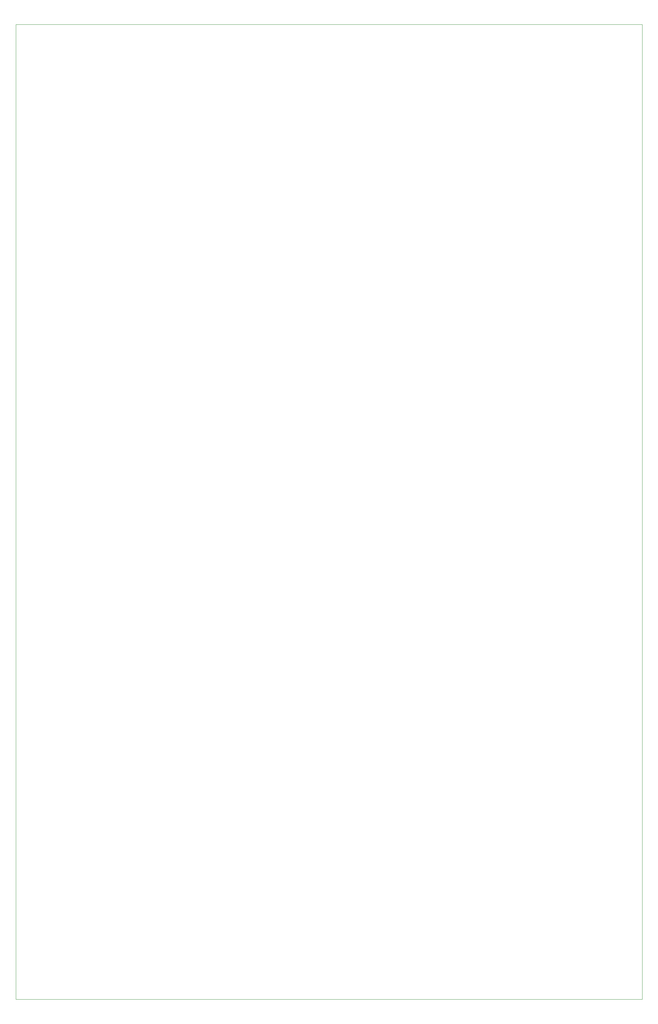
<source format=gbr>
%TF.GenerationSoftware,KiCad,Pcbnew,(6.0.0-0)*%
%TF.CreationDate,2022-10-19T23:06:29-04:00*%
%TF.ProjectId,Backplane-Concept-Vertical,4261636b-706c-4616-9e65-2d436f6e6365,rev?*%
%TF.SameCoordinates,Original*%
%TF.FileFunction,Profile,NP*%
%FSLAX46Y46*%
G04 Gerber Fmt 4.6, Leading zero omitted, Abs format (unit mm)*
G04 Created by KiCad (PCBNEW (6.0.0-0)) date 2022-10-19 23:06:29*
%MOMM*%
%LPD*%
G01*
G04 APERTURE LIST*
%TA.AperFunction,Profile*%
%ADD10C,0.100000*%
%TD*%
G04 APERTURE END LIST*
D10*
X228278000Y-85026000D02*
X389060000Y-85026000D01*
X389060000Y-85026000D02*
X389060000Y-335216000D01*
X389060000Y-335216000D02*
X228278000Y-335216000D01*
X228278000Y-335216000D02*
X228278000Y-85026000D01*
M02*

</source>
